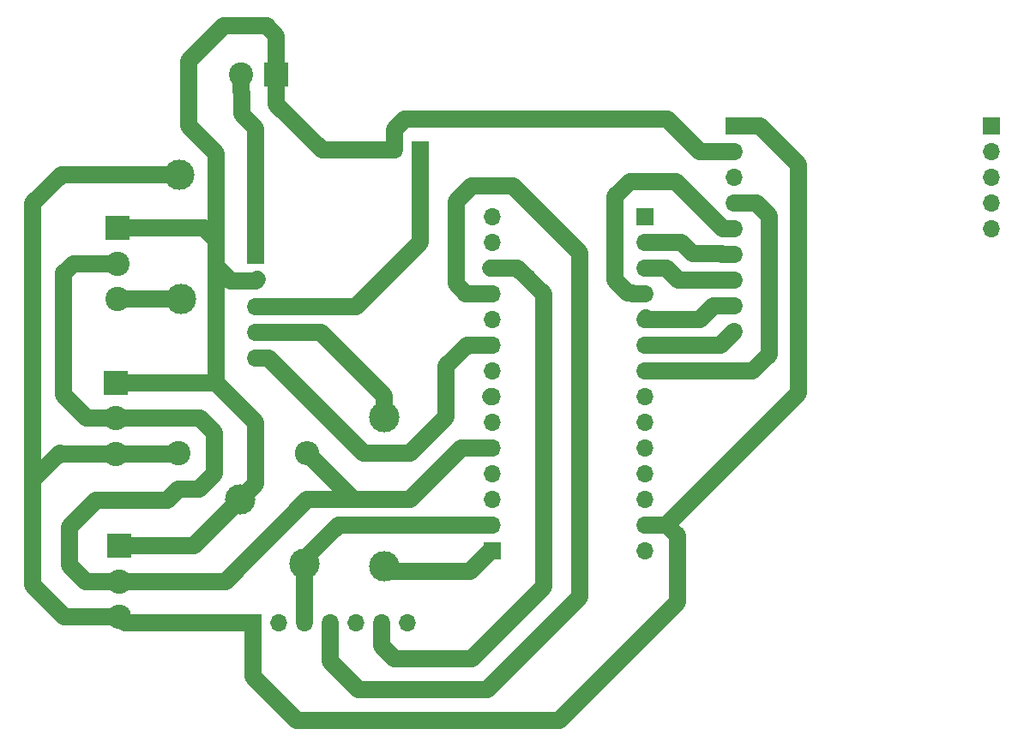
<source format=gbr>
G04 #@! TF.GenerationSoftware,KiCad,Pcbnew,5.1.2-f72e74a~84~ubuntu18.04.1*
G04 #@! TF.CreationDate,2020-01-13T19:42:10-05:00*
G04 #@! TF.ProjectId,ib4,6962342e-6b69-4636-9164-5f7063625858,rev?*
G04 #@! TF.SameCoordinates,PX60e4b0PY4775750*
G04 #@! TF.FileFunction,Copper,L4,Bot*
G04 #@! TF.FilePolarity,Positive*
%FSLAX46Y46*%
G04 Gerber Fmt 4.6, Leading zero omitted, Abs format (unit mm)*
G04 Created by KiCad (PCBNEW 5.1.2-f72e74a~84~ubuntu18.04.1) date 2020-01-13 19:42:10*
%MOMM*%
%LPD*%
G04 APERTURE LIST*
%ADD10R,1.700000X1.700000*%
%ADD11O,1.700000X1.700000*%
%ADD12R,2.400000X2.400000*%
%ADD13C,2.400000*%
%ADD14O,2.400000X2.400000*%
%ADD15C,3.000000*%
%ADD16C,1.700000*%
G04 APERTURE END LIST*
D10*
X26924000Y13462000D03*
D11*
X29464000Y13462000D03*
X32004000Y13462000D03*
X34544000Y13462000D03*
X37084000Y13462000D03*
X39624000Y13462000D03*
X42164000Y13462000D03*
D10*
X43434000Y60198000D03*
D11*
X40894000Y60198000D03*
D12*
X13704000Y21082000D03*
D13*
X13704000Y17582000D03*
X13704000Y14082000D03*
X13404000Y30182000D03*
X13404000Y33682000D03*
D12*
X13404000Y37182000D03*
X13504000Y52482000D03*
D13*
X13504000Y48982000D03*
X13504000Y45482000D03*
D10*
X27204000Y49782000D03*
D11*
X27204000Y47242000D03*
X27204000Y44702000D03*
X27204000Y42162000D03*
X27204000Y39622000D03*
D10*
X74404000Y62602000D03*
D11*
X74404000Y60062000D03*
X74404000Y57522000D03*
X74404000Y54982000D03*
X74404000Y52442000D03*
X74404000Y49902000D03*
X74404000Y47362000D03*
X74404000Y44822000D03*
X74404000Y42282000D03*
D13*
X25710000Y67627500D03*
D12*
X29210000Y67627500D03*
D13*
X19558000Y30226000D03*
D14*
X32258000Y30226000D03*
D11*
X50546000Y53594000D03*
X50546000Y51054000D03*
X50546000Y48514000D03*
X50546000Y45974000D03*
X50546000Y43434000D03*
X50546000Y40894000D03*
X50546000Y38354000D03*
X50546000Y35814000D03*
X50546000Y33274000D03*
X50546000Y30734000D03*
X50546000Y28194000D03*
X50546000Y25654000D03*
X50546000Y23114000D03*
D10*
X50546000Y20574000D03*
D11*
X65637800Y20574000D03*
X65637800Y23114000D03*
X65637800Y25654000D03*
X65637800Y28194000D03*
X65637800Y30734000D03*
X65637800Y33274000D03*
X65637800Y35814000D03*
X65637800Y38354000D03*
X65637800Y40894000D03*
X65637800Y43434000D03*
X65637800Y45974000D03*
X65637800Y48514000D03*
X65637800Y51054000D03*
D10*
X65637800Y53594000D03*
X99804000Y62558000D03*
D11*
X99804000Y60018000D03*
X99804000Y57478000D03*
X99804000Y54938000D03*
X99804000Y52398000D03*
D15*
X19604000Y57782000D03*
X19804000Y45482000D03*
X32004000Y19304000D03*
X25654000Y25654000D03*
X39878000Y33782000D03*
X39878000Y19050000D03*
D16*
X50334300Y35803100D02*
X50397800Y35866600D01*
X24744000Y47242000D02*
X27204000Y47242000D01*
X23304000Y48682000D02*
X24744000Y47242000D01*
X27384000Y47422000D02*
X27204000Y47242000D01*
X13504000Y52482000D02*
X22104000Y52482000D01*
X22104000Y52482000D02*
X23304000Y51282000D01*
X23304000Y53282000D02*
X23304000Y51282000D01*
X23304000Y51282000D02*
X23304000Y48682000D01*
X67739400Y48566600D02*
X65637800Y48566600D01*
X69199400Y51106600D02*
X65637800Y51106600D01*
X70354000Y49952000D02*
X69199400Y51106600D01*
X64452407Y46026600D02*
X65637800Y46026600D01*
X62654000Y47352000D02*
X63904000Y46102000D01*
X68688938Y57102000D02*
X64154000Y57102000D01*
X63904000Y46102000D02*
X64377007Y46102000D01*
X64154000Y57102000D02*
X62654000Y55602000D01*
X64377007Y46102000D02*
X64452407Y46026600D01*
X62654000Y55602000D02*
X62654000Y47352000D01*
X13704000Y14082000D02*
X8304000Y14082000D01*
X8304000Y14082000D02*
X5204000Y17182000D01*
X5204000Y17182000D02*
X5204000Y27582000D01*
X5204000Y27582000D02*
X7904000Y30282000D01*
X8004000Y30182000D02*
X13404000Y30182000D01*
X7904000Y30282000D02*
X8004000Y30182000D01*
X5204000Y27582000D02*
X5204000Y53882000D01*
X5204000Y53882000D02*
X5204000Y54782000D01*
X5204000Y53882000D02*
X5204000Y54982000D01*
X5204000Y54982000D02*
X8004000Y57782000D01*
X8004000Y57782000D02*
X19604000Y57782000D01*
X13504000Y45482000D02*
X19804000Y45482000D01*
X50397800Y20626600D02*
X50397800Y20495800D01*
X50334300Y30723100D02*
X50397800Y30786600D01*
X9204000Y48982000D02*
X13504000Y48982000D01*
X8204000Y48082000D02*
X8304000Y48082000D01*
X8204000Y35982000D02*
X8204000Y48082000D01*
X13404000Y33682000D02*
X10504000Y33682000D01*
X8304000Y48082000D02*
X9204000Y48982000D01*
X10504000Y33682000D02*
X8204000Y35982000D01*
X32004000Y19304000D02*
X31750000Y19558000D01*
X32004000Y13462000D02*
X32004000Y19304000D01*
X35358600Y23166600D02*
X31750000Y19558000D01*
X50397800Y23166600D02*
X35358600Y23166600D01*
X41910000Y63246000D02*
X67818000Y63246000D01*
X40894000Y60198000D02*
X40894000Y62230000D01*
X40894000Y62230000D02*
X41910000Y63246000D01*
X23304000Y37482000D02*
X23304000Y53282000D01*
X13404000Y37182000D02*
X23004000Y37182000D01*
X23004000Y37182000D02*
X23304000Y37482000D01*
X23270000Y37182000D02*
X23004000Y37182000D01*
X27178000Y27178000D02*
X27178000Y33274000D01*
X27178000Y33274000D02*
X23270000Y37182000D01*
X13704000Y21082000D02*
X21082000Y21082000D01*
X21082000Y21082000D02*
X25654000Y25654000D01*
X25654000Y25654000D02*
X27178000Y27178000D01*
X67818000Y63246000D02*
X71002000Y60062000D01*
X68954000Y47352000D02*
X67739400Y48566600D01*
X73201919Y47362000D02*
X73191919Y47352000D01*
X73191919Y47352000D02*
X68954000Y47352000D01*
X74404000Y47362000D02*
X73201919Y47362000D01*
X73151919Y49952000D02*
X70354000Y49952000D01*
X73201919Y49902000D02*
X73151919Y49952000D01*
X74404000Y49902000D02*
X73201919Y49902000D01*
X73348938Y52442000D02*
X68688938Y57102000D01*
X74404000Y52442000D02*
X73348938Y52442000D01*
X14324000Y13462000D02*
X13704000Y14082000D01*
X26924000Y13462000D02*
X14324000Y13462000D01*
X26924000Y8128000D02*
X26924000Y13462000D01*
X31242000Y3810000D02*
X26924000Y8128000D01*
X68834000Y22098000D02*
X68834000Y15494000D01*
X67765400Y23166600D02*
X68834000Y22098000D01*
X57150000Y3810000D02*
X31242000Y3810000D01*
X68834000Y15494000D02*
X57150000Y3810000D01*
X66892481Y23166600D02*
X67765400Y23166600D01*
X66839881Y23114000D02*
X66892481Y23166600D01*
X65637800Y23114000D02*
X66839881Y23114000D01*
X19514000Y30182000D02*
X19558000Y30226000D01*
X13404000Y30182000D02*
X19514000Y30182000D01*
X80772000Y36173200D02*
X78740000Y34141200D01*
X78740000Y34141200D02*
X67765400Y23166600D01*
X71002000Y60062000D02*
X74404000Y60062000D01*
X23304000Y59880000D02*
X23304000Y53282000D01*
X28257500Y72453500D02*
X24003000Y72453500D01*
X20574000Y69024500D02*
X20574000Y62610000D01*
X29210000Y71501000D02*
X28257500Y72453500D01*
X29210000Y67627500D02*
X29210000Y71501000D01*
X24003000Y72453500D02*
X20574000Y69024500D01*
X20574000Y62610000D02*
X23304000Y59880000D01*
X29210000Y64727500D02*
X29210000Y67627500D01*
X33739500Y60198000D02*
X29210000Y64727500D01*
X40894000Y60198000D02*
X33739500Y60198000D01*
X74404000Y62602000D02*
X76971000Y62602000D01*
X76971000Y62602000D02*
X80772000Y58801000D01*
X80772000Y58801000D02*
X80772000Y36173200D01*
X27204000Y44702000D02*
X31494000Y44702000D01*
X31494000Y44702000D02*
X32510000Y44702000D01*
X43434000Y51054000D02*
X43434000Y60198000D01*
X31494000Y44702000D02*
X37082000Y44702000D01*
X37082000Y44702000D02*
X43434000Y51054000D01*
X25710000Y65930444D02*
X25781000Y65859444D01*
X25710000Y67627500D02*
X25710000Y65930444D01*
X25781000Y65859444D02*
X25781000Y63754000D01*
X27204000Y62331000D02*
X27204000Y49782000D01*
X25781000Y63754000D02*
X27204000Y62331000D01*
X13704000Y17582000D02*
X24186000Y17582000D01*
X24186000Y17582000D02*
X32258000Y25654000D01*
X50345200Y30734000D02*
X50397800Y30786600D01*
X49212407Y30786600D02*
X49159807Y30734000D01*
X50397800Y30786600D02*
X49212407Y30786600D01*
X49159807Y30734000D02*
X47498000Y30734000D01*
X47498000Y30734000D02*
X42418000Y25654000D01*
X33457999Y29026001D02*
X36830000Y25654000D01*
X32258000Y30226000D02*
X33457999Y29026001D01*
X42418000Y25654000D02*
X36830000Y25654000D01*
X36830000Y25654000D02*
X32258000Y25654000D01*
X21690000Y33682000D02*
X17626000Y33682000D01*
X23114000Y32258000D02*
X21690000Y33682000D01*
X17626000Y33682000D02*
X13404000Y33682000D01*
X19558000Y26670000D02*
X21590000Y26670000D01*
X10404000Y17582000D02*
X8804000Y19182000D01*
X23114000Y28194000D02*
X23114000Y32258000D01*
X8804000Y19182000D02*
X8804000Y22982000D01*
X13704000Y17582000D02*
X10404000Y17582000D01*
X11404000Y25582000D02*
X18470000Y25582000D01*
X21590000Y26670000D02*
X23114000Y28194000D01*
X8804000Y22982000D02*
X11404000Y25582000D01*
X18470000Y25582000D02*
X19558000Y26670000D01*
X48058600Y40946600D02*
X50397800Y40946600D01*
X45974000Y38862000D02*
X48058600Y40946600D01*
X32766000Y35306000D02*
X37846000Y30226000D01*
X37846000Y30226000D02*
X42418000Y30226000D01*
X42418000Y30226000D02*
X45974000Y33782000D01*
X28450000Y39622000D02*
X37846000Y30226000D01*
X27204000Y39622000D02*
X28450000Y39622000D01*
X45974000Y33782000D02*
X45974000Y38862000D01*
X73068600Y40946600D02*
X65637800Y40946600D01*
X74404000Y42282000D02*
X73068600Y40946600D01*
X65729300Y43578100D02*
X65637800Y43486600D01*
X65637800Y43486600D02*
X71038600Y43486600D01*
X71038600Y43486600D02*
X72374000Y44822000D01*
X72374000Y44822000D02*
X74404000Y44822000D01*
X34544000Y9652000D02*
X34544000Y13462000D01*
X50038000Y6858000D02*
X37338000Y6858000D01*
X37338000Y6858000D02*
X34544000Y9652000D01*
X59182000Y16002000D02*
X50038000Y6858000D01*
X59182000Y50038000D02*
X59182000Y16002000D01*
X47953400Y46026600D02*
X46990000Y46990000D01*
X50397800Y46026600D02*
X47953400Y46026600D01*
X46990000Y46990000D02*
X46990000Y55118000D01*
X46990000Y55118000D02*
X48514000Y56642000D01*
X48514000Y56642000D02*
X52578000Y56642000D01*
X52578000Y56642000D02*
X59182000Y50038000D01*
X50397800Y48566600D02*
X53033400Y48566600D01*
X53033400Y48566600D02*
X54102000Y47498000D01*
X55626000Y45974000D02*
X53033400Y48566600D01*
X55626000Y17018000D02*
X55626000Y45974000D01*
X48514000Y9906000D02*
X55626000Y17018000D01*
X40894000Y9906000D02*
X48514000Y9906000D01*
X39624000Y13462000D02*
X39624000Y11176000D01*
X39624000Y11176000D02*
X40894000Y9906000D01*
X48313200Y18542000D02*
X50397800Y20626600D01*
X44450000Y18542000D02*
X48313200Y18542000D01*
X27204000Y42162000D02*
X31498000Y42162000D01*
X44450000Y18542000D02*
X40386000Y18542000D01*
X40386000Y18542000D02*
X39878000Y19050000D01*
X33619320Y42162000D02*
X31498000Y42162000D01*
X39878000Y35903320D02*
X33619320Y42162000D01*
X39878000Y33782000D02*
X39878000Y35903320D01*
X65637800Y38354000D02*
X76200000Y38354000D01*
X76590000Y54982000D02*
X74404000Y54982000D01*
X77851000Y53721000D02*
X76590000Y54982000D01*
X76200000Y38354000D02*
X77851000Y40005000D01*
X77851000Y40005000D02*
X77851000Y53721000D01*
M02*

</source>
